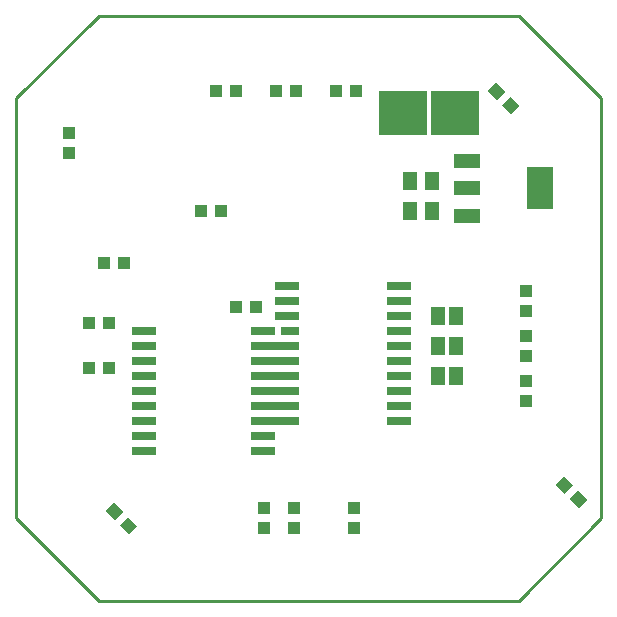
<source format=gbp>
G75*
%MOIN*%
%OFA0B0*%
%FSLAX25Y25*%
%IPPOS*%
%LPD*%
%AMOC8*
5,1,8,0,0,1.08239X$1,22.5*
%
%ADD10C,0.01000*%
%ADD11R,0.08000X0.02600*%
%ADD12R,0.06000X0.02600*%
%ADD13R,0.04331X0.03937*%
%ADD14R,0.03937X0.04331*%
%ADD15R,0.04600X0.06300*%
%ADD16R,0.08800X0.04800*%
%ADD17R,0.08661X0.14173*%
%ADD18R,0.16000X0.15000*%
%ADD19R,0.05118X0.05906*%
D10*
X0001500Y0029000D02*
X0001500Y0169000D01*
X0029000Y0196461D01*
X0029000Y0196500D02*
X0169000Y0196500D01*
X0196500Y0169000D01*
X0196500Y0029000D01*
X0169000Y0001500D01*
X0029000Y0001500D01*
X0001500Y0029000D01*
D11*
X0044200Y0051500D03*
X0044200Y0056500D03*
X0044200Y0061500D03*
X0044200Y0066500D03*
X0044200Y0071500D03*
X0044200Y0076500D03*
X0044200Y0081500D03*
X0044200Y0086500D03*
X0044200Y0091500D03*
X0083800Y0091500D03*
X0083800Y0086500D03*
X0083800Y0081500D03*
X0083800Y0076500D03*
X0083800Y0071500D03*
X0083800Y0066500D03*
X0083800Y0061500D03*
X0083800Y0056500D03*
X0083800Y0051500D03*
X0091700Y0061500D03*
X0091700Y0066500D03*
X0091700Y0071500D03*
X0091700Y0076500D03*
X0091700Y0081500D03*
X0091700Y0086500D03*
X0091700Y0096500D03*
X0091700Y0101500D03*
X0091700Y0106500D03*
X0129200Y0106500D03*
X0129200Y0101500D03*
X0129200Y0096500D03*
X0129200Y0091500D03*
X0129200Y0086500D03*
X0129200Y0081500D03*
X0129200Y0076500D03*
X0129200Y0071500D03*
X0129200Y0066500D03*
X0129200Y0061500D03*
D12*
X0092700Y0091500D03*
D13*
X0081421Y0099394D03*
X0074728Y0099394D03*
X0069846Y0131500D03*
X0063154Y0131500D03*
X0037346Y0114000D03*
X0030654Y0114000D03*
X0032346Y0094000D03*
X0025654Y0094000D03*
X0025654Y0079000D03*
X0032346Y0079000D03*
G36*
X0033995Y0034288D02*
X0037056Y0031227D01*
X0034273Y0028444D01*
X0031212Y0031505D01*
X0033995Y0034288D01*
G37*
G36*
X0038727Y0029556D02*
X0041788Y0026495D01*
X0039005Y0023712D01*
X0035944Y0026773D01*
X0038727Y0029556D01*
G37*
G36*
X0166505Y0163712D02*
X0163444Y0166773D01*
X0166227Y0169556D01*
X0169288Y0166495D01*
X0166505Y0163712D01*
G37*
G36*
X0161773Y0168444D02*
X0158712Y0171505D01*
X0161495Y0174288D01*
X0164556Y0171227D01*
X0161773Y0168444D01*
G37*
X0114846Y0171500D03*
X0108154Y0171500D03*
X0094846Y0171500D03*
X0088154Y0171500D03*
X0074846Y0171500D03*
X0068154Y0171500D03*
G36*
X0184273Y0037194D02*
X0181212Y0040255D01*
X0183995Y0043038D01*
X0187056Y0039977D01*
X0184273Y0037194D01*
G37*
G36*
X0189005Y0032462D02*
X0185944Y0035523D01*
X0188727Y0038306D01*
X0191788Y0035245D01*
X0189005Y0032462D01*
G37*
D14*
X0171500Y0068154D03*
X0171500Y0074846D03*
X0171500Y0083154D03*
X0171500Y0089846D03*
X0171500Y0098154D03*
X0171500Y0104846D03*
X0114000Y0032346D03*
X0114000Y0025654D03*
X0094000Y0025654D03*
X0094000Y0032346D03*
X0084000Y0032346D03*
X0084000Y0025654D03*
X0019000Y0150654D03*
X0019000Y0157346D03*
D15*
X0142250Y0096500D03*
X0148250Y0096500D03*
X0148250Y0086500D03*
X0142250Y0086500D03*
X0142250Y0076500D03*
X0148250Y0076500D03*
D16*
X0151800Y0129900D03*
X0151800Y0139000D03*
X0151800Y0148100D03*
D17*
X0176201Y0139000D03*
D18*
X0147677Y0164000D03*
X0130323Y0164000D03*
D19*
X0132760Y0141500D03*
X0140240Y0141500D03*
X0140240Y0131500D03*
X0132760Y0131500D03*
M02*

</source>
